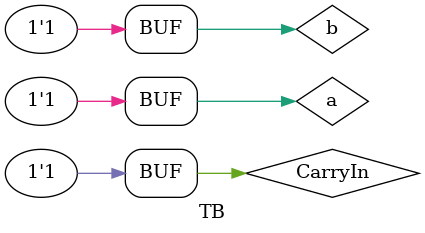
<source format=v>
module TB
();

reg a, b, CarryIn;
reg[3:0] ALUOp;
wire Result, CarryOut;


ALU_1_bit alu
(
  .a(a),
  .b(b),
  .CarryIn(CarryIn),
  .ALUOp(ALUOp),
  .Result(Result),
  .CarryOut(CarryOut)
);

initial
begin
  a = 1'b0;
  b = 1'b0;
  CarryIn = 1'b0;
  //ALUOp = 4'b0000; //AND
  //ALUOp = 4'b0001; //OR 
  //ALUOp = 4'b0010; //Add
  //ALUOp = 4'b0110; //Subtract
  //ALUOp = 4'b1100; //NOR
  #20 a = 1'b1;
  #20 b = 1'b1;
  #20 a = 1'b0;
  #20 a = 1'b1;
  #20 CarryIn = 1'b1;
  #20 a = 1'b0;
  #20 b = 1'b0;
  #20 a = 1'b1;
  #20 b = 1'b1;
end


endmodule

</source>
